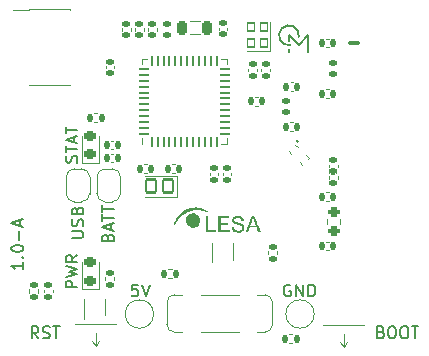
<source format=gbr>
%TF.GenerationSoftware,KiCad,Pcbnew,7.0.7*%
%TF.CreationDate,2023-11-09T15:37:00-05:00*%
%TF.ProjectId,Occupancy_Sensor-A,4f636375-7061-46e6-9379-5f53656e736f,rev?*%
%TF.SameCoordinates,Original*%
%TF.FileFunction,Legend,Top*%
%TF.FilePolarity,Positive*%
%FSLAX46Y46*%
G04 Gerber Fmt 4.6, Leading zero omitted, Abs format (unit mm)*
G04 Created by KiCad (PCBNEW 7.0.7) date 2023-11-09 15:37:00*
%MOMM*%
%LPD*%
G01*
G04 APERTURE LIST*
G04 Aperture macros list*
%AMRoundRect*
0 Rectangle with rounded corners*
0 $1 Rounding radius*
0 $2 $3 $4 $5 $6 $7 $8 $9 X,Y pos of 4 corners*
0 Add a 4 corners polygon primitive as box body*
4,1,4,$2,$3,$4,$5,$6,$7,$8,$9,$2,$3,0*
0 Add four circle primitives for the rounded corners*
1,1,$1+$1,$2,$3*
1,1,$1+$1,$4,$5*
1,1,$1+$1,$6,$7*
1,1,$1+$1,$8,$9*
0 Add four rect primitives between the rounded corners*
20,1,$1+$1,$2,$3,$4,$5,0*
20,1,$1+$1,$4,$5,$6,$7,0*
20,1,$1+$1,$6,$7,$8,$9,0*
20,1,$1+$1,$8,$9,$2,$3,0*%
%AMRotRect*
0 Rectangle, with rotation*
0 The origin of the aperture is its center*
0 $1 length*
0 $2 width*
0 $3 Rotation angle, in degrees counterclockwise*
0 Add horizontal line*
21,1,$1,$2,0,0,$3*%
%AMFreePoly0*
4,1,19,0.500000,-0.750000,0.000000,-0.750000,0.000000,-0.744911,-0.071157,-0.744911,-0.207708,-0.704816,-0.327430,-0.627875,-0.420627,-0.520320,-0.479746,-0.390866,-0.500000,-0.250000,-0.500000,0.250000,-0.479746,0.390866,-0.420627,0.520320,-0.327430,0.627875,-0.207708,0.704816,-0.071157,0.744911,0.000000,0.744911,0.000000,0.750000,0.500000,0.750000,0.500000,-0.750000,0.500000,-0.750000,
$1*%
%AMFreePoly1*
4,1,19,0.000000,0.744911,0.071157,0.744911,0.207708,0.704816,0.327430,0.627875,0.420627,0.520320,0.479746,0.390866,0.500000,0.250000,0.500000,-0.250000,0.479746,-0.390866,0.420627,-0.520320,0.327430,-0.627875,0.207708,-0.704816,0.071157,-0.744911,0.000000,-0.744911,0.000000,-0.750000,-0.500000,-0.750000,-0.500000,0.750000,0.000000,0.750000,0.000000,0.744911,0.000000,0.744911,
$1*%
G04 Aperture macros list end*
%ADD10C,0.200000*%
%ADD11C,0.150000*%
%ADD12C,0.120000*%
%ADD13RoundRect,0.147500X0.172500X-0.147500X0.172500X0.147500X-0.172500X0.147500X-0.172500X-0.147500X0*%
%ADD14RotRect,0.500000X0.300000X315.000000*%
%ADD15RotRect,0.800000X0.500000X315.000000*%
%ADD16C,2.000000*%
%ADD17R,0.400000X0.510000*%
%ADD18C,0.520000*%
%ADD19O,0.720000X0.520000*%
%ADD20R,0.300000X0.870000*%
%ADD21O,1.350000X1.100000*%
%ADD22R,1.050000X1.000000*%
%ADD23R,2.200000X1.050000*%
%ADD24R,1.400000X1.050000*%
%ADD25FreePoly0,270.000000*%
%ADD26FreePoly1,270.000000*%
%ADD27RoundRect,0.218750X0.256250X-0.218750X0.256250X0.218750X-0.256250X0.218750X-0.256250X-0.218750X0*%
%ADD28RoundRect,0.140000X-0.140000X-0.170000X0.140000X-0.170000X0.140000X0.170000X-0.140000X0.170000X0*%
%ADD29RoundRect,0.147500X-0.172500X0.147500X-0.172500X-0.147500X0.172500X-0.147500X0.172500X0.147500X0*%
%ADD30RoundRect,0.140000X-0.170000X0.140000X-0.170000X-0.140000X0.170000X-0.140000X0.170000X0.140000X0*%
%ADD31RoundRect,0.135000X0.185000X-0.135000X0.185000X0.135000X-0.185000X0.135000X-0.185000X-0.135000X0*%
%ADD32RoundRect,0.140000X0.140000X0.170000X-0.140000X0.170000X-0.140000X-0.170000X0.140000X-0.170000X0*%
%ADD33R,0.250000X0.600000*%
%ADD34RoundRect,0.075000X0.300000X-0.350000X0.300000X0.350000X-0.300000X0.350000X-0.300000X-0.350000X0*%
%ADD35RoundRect,0.140000X0.170000X-0.140000X0.170000X0.140000X-0.170000X0.140000X-0.170000X-0.140000X0*%
%ADD36RoundRect,0.135000X-0.135000X-0.185000X0.135000X-0.185000X0.135000X0.185000X-0.135000X0.185000X0*%
%ADD37R,2.400000X0.740000*%
%ADD38RoundRect,0.135000X-0.185000X0.135000X-0.185000X-0.135000X0.185000X-0.135000X0.185000X0.135000X0*%
%ADD39RoundRect,0.135000X0.135000X0.185000X-0.135000X0.185000X-0.135000X-0.185000X0.135000X-0.185000X0*%
%ADD40RoundRect,0.062500X0.062500X-0.375000X0.062500X0.375000X-0.062500X0.375000X-0.062500X-0.375000X0*%
%ADD41RoundRect,0.062500X0.375000X-0.062500X0.375000X0.062500X-0.375000X0.062500X-0.375000X-0.062500X0*%
%ADD42R,5.600000X5.600000*%
%ADD43RoundRect,0.100000X0.400000X0.550000X-0.400000X0.550000X-0.400000X-0.550000X0.400000X-0.550000X0*%
%ADD44RoundRect,0.218750X0.218750X0.381250X-0.218750X0.381250X-0.218750X-0.381250X0.218750X-0.381250X0*%
%ADD45RoundRect,0.100000X-0.400000X0.100000X-0.400000X-0.100000X0.400000X-0.100000X0.400000X0.100000X0*%
%ADD46RoundRect,0.200000X-0.275000X0.200000X-0.275000X-0.200000X0.275000X-0.200000X0.275000X0.200000X0*%
G04 APERTURE END LIST*
D10*
X153900000Y-103750000D02*
X153900000Y-104000000D01*
X153900000Y-102600000D02*
X153900000Y-103100000D01*
X154699999Y-102750000D02*
G75*
G03*
X154015315Y-103434684I-831258J146574D01*
G01*
X155500000Y-102600000D02*
X155500000Y-104000000D01*
X154700000Y-103400000D02*
X155500000Y-102600000D01*
X153900000Y-102600000D02*
X154700000Y-103400000D01*
X131367219Y-121806517D02*
X131367219Y-122377945D01*
X131367219Y-122092231D02*
X130367219Y-122092231D01*
X130367219Y-122092231D02*
X130510076Y-122187469D01*
X130510076Y-122187469D02*
X130605314Y-122282707D01*
X130605314Y-122282707D02*
X130652933Y-122377945D01*
X131271980Y-121377945D02*
X131319600Y-121330326D01*
X131319600Y-121330326D02*
X131367219Y-121377945D01*
X131367219Y-121377945D02*
X131319600Y-121425564D01*
X131319600Y-121425564D02*
X131271980Y-121377945D01*
X131271980Y-121377945D02*
X131367219Y-121377945D01*
X130367219Y-120711279D02*
X130367219Y-120616041D01*
X130367219Y-120616041D02*
X130414838Y-120520803D01*
X130414838Y-120520803D02*
X130462457Y-120473184D01*
X130462457Y-120473184D02*
X130557695Y-120425565D01*
X130557695Y-120425565D02*
X130748171Y-120377946D01*
X130748171Y-120377946D02*
X130986266Y-120377946D01*
X130986266Y-120377946D02*
X131176742Y-120425565D01*
X131176742Y-120425565D02*
X131271980Y-120473184D01*
X131271980Y-120473184D02*
X131319600Y-120520803D01*
X131319600Y-120520803D02*
X131367219Y-120616041D01*
X131367219Y-120616041D02*
X131367219Y-120711279D01*
X131367219Y-120711279D02*
X131319600Y-120806517D01*
X131319600Y-120806517D02*
X131271980Y-120854136D01*
X131271980Y-120854136D02*
X131176742Y-120901755D01*
X131176742Y-120901755D02*
X130986266Y-120949374D01*
X130986266Y-120949374D02*
X130748171Y-120949374D01*
X130748171Y-120949374D02*
X130557695Y-120901755D01*
X130557695Y-120901755D02*
X130462457Y-120854136D01*
X130462457Y-120854136D02*
X130414838Y-120806517D01*
X130414838Y-120806517D02*
X130367219Y-120711279D01*
X130986266Y-119949374D02*
X130986266Y-119187470D01*
X131081504Y-118758898D02*
X131081504Y-118282708D01*
X131367219Y-118854136D02*
X130367219Y-118520803D01*
X130367219Y-118520803D02*
X131367219Y-118187470D01*
D11*
X141059523Y-123704819D02*
X140583333Y-123704819D01*
X140583333Y-123704819D02*
X140535714Y-124181009D01*
X140535714Y-124181009D02*
X140583333Y-124133390D01*
X140583333Y-124133390D02*
X140678571Y-124085771D01*
X140678571Y-124085771D02*
X140916666Y-124085771D01*
X140916666Y-124085771D02*
X141011904Y-124133390D01*
X141011904Y-124133390D02*
X141059523Y-124181009D01*
X141059523Y-124181009D02*
X141107142Y-124276247D01*
X141107142Y-124276247D02*
X141107142Y-124514342D01*
X141107142Y-124514342D02*
X141059523Y-124609580D01*
X141059523Y-124609580D02*
X141011904Y-124657200D01*
X141011904Y-124657200D02*
X140916666Y-124704819D01*
X140916666Y-124704819D02*
X140678571Y-124704819D01*
X140678571Y-124704819D02*
X140583333Y-124657200D01*
X140583333Y-124657200D02*
X140535714Y-124609580D01*
X141392857Y-123704819D02*
X141726190Y-124704819D01*
X141726190Y-124704819D02*
X142059523Y-123704819D01*
X153988095Y-123752438D02*
X153892857Y-123704819D01*
X153892857Y-123704819D02*
X153750000Y-123704819D01*
X153750000Y-123704819D02*
X153607143Y-123752438D01*
X153607143Y-123752438D02*
X153511905Y-123847676D01*
X153511905Y-123847676D02*
X153464286Y-123942914D01*
X153464286Y-123942914D02*
X153416667Y-124133390D01*
X153416667Y-124133390D02*
X153416667Y-124276247D01*
X153416667Y-124276247D02*
X153464286Y-124466723D01*
X153464286Y-124466723D02*
X153511905Y-124561961D01*
X153511905Y-124561961D02*
X153607143Y-124657200D01*
X153607143Y-124657200D02*
X153750000Y-124704819D01*
X153750000Y-124704819D02*
X153845238Y-124704819D01*
X153845238Y-124704819D02*
X153988095Y-124657200D01*
X153988095Y-124657200D02*
X154035714Y-124609580D01*
X154035714Y-124609580D02*
X154035714Y-124276247D01*
X154035714Y-124276247D02*
X153845238Y-124276247D01*
X154464286Y-124704819D02*
X154464286Y-123704819D01*
X154464286Y-123704819D02*
X155035714Y-124704819D01*
X155035714Y-124704819D02*
X155035714Y-123704819D01*
X155511905Y-124704819D02*
X155511905Y-123704819D01*
X155511905Y-123704819D02*
X155750000Y-123704819D01*
X155750000Y-123704819D02*
X155892857Y-123752438D01*
X155892857Y-123752438D02*
X155988095Y-123847676D01*
X155988095Y-123847676D02*
X156035714Y-123942914D01*
X156035714Y-123942914D02*
X156083333Y-124133390D01*
X156083333Y-124133390D02*
X156083333Y-124276247D01*
X156083333Y-124276247D02*
X156035714Y-124466723D01*
X156035714Y-124466723D02*
X155988095Y-124561961D01*
X155988095Y-124561961D02*
X155892857Y-124657200D01*
X155892857Y-124657200D02*
X155750000Y-124704819D01*
X155750000Y-124704819D02*
X155511905Y-124704819D01*
X132652380Y-128254819D02*
X132319047Y-127778628D01*
X132080952Y-128254819D02*
X132080952Y-127254819D01*
X132080952Y-127254819D02*
X132461904Y-127254819D01*
X132461904Y-127254819D02*
X132557142Y-127302438D01*
X132557142Y-127302438D02*
X132604761Y-127350057D01*
X132604761Y-127350057D02*
X132652380Y-127445295D01*
X132652380Y-127445295D02*
X132652380Y-127588152D01*
X132652380Y-127588152D02*
X132604761Y-127683390D01*
X132604761Y-127683390D02*
X132557142Y-127731009D01*
X132557142Y-127731009D02*
X132461904Y-127778628D01*
X132461904Y-127778628D02*
X132080952Y-127778628D01*
X133033333Y-128207200D02*
X133176190Y-128254819D01*
X133176190Y-128254819D02*
X133414285Y-128254819D01*
X133414285Y-128254819D02*
X133509523Y-128207200D01*
X133509523Y-128207200D02*
X133557142Y-128159580D01*
X133557142Y-128159580D02*
X133604761Y-128064342D01*
X133604761Y-128064342D02*
X133604761Y-127969104D01*
X133604761Y-127969104D02*
X133557142Y-127873866D01*
X133557142Y-127873866D02*
X133509523Y-127826247D01*
X133509523Y-127826247D02*
X133414285Y-127778628D01*
X133414285Y-127778628D02*
X133223809Y-127731009D01*
X133223809Y-127731009D02*
X133128571Y-127683390D01*
X133128571Y-127683390D02*
X133080952Y-127635771D01*
X133080952Y-127635771D02*
X133033333Y-127540533D01*
X133033333Y-127540533D02*
X133033333Y-127445295D01*
X133033333Y-127445295D02*
X133080952Y-127350057D01*
X133080952Y-127350057D02*
X133128571Y-127302438D01*
X133128571Y-127302438D02*
X133223809Y-127254819D01*
X133223809Y-127254819D02*
X133461904Y-127254819D01*
X133461904Y-127254819D02*
X133604761Y-127302438D01*
X133890476Y-127254819D02*
X134461904Y-127254819D01*
X134176190Y-128254819D02*
X134176190Y-127254819D01*
X161642857Y-127731009D02*
X161785714Y-127778628D01*
X161785714Y-127778628D02*
X161833333Y-127826247D01*
X161833333Y-127826247D02*
X161880952Y-127921485D01*
X161880952Y-127921485D02*
X161880952Y-128064342D01*
X161880952Y-128064342D02*
X161833333Y-128159580D01*
X161833333Y-128159580D02*
X161785714Y-128207200D01*
X161785714Y-128207200D02*
X161690476Y-128254819D01*
X161690476Y-128254819D02*
X161309524Y-128254819D01*
X161309524Y-128254819D02*
X161309524Y-127254819D01*
X161309524Y-127254819D02*
X161642857Y-127254819D01*
X161642857Y-127254819D02*
X161738095Y-127302438D01*
X161738095Y-127302438D02*
X161785714Y-127350057D01*
X161785714Y-127350057D02*
X161833333Y-127445295D01*
X161833333Y-127445295D02*
X161833333Y-127540533D01*
X161833333Y-127540533D02*
X161785714Y-127635771D01*
X161785714Y-127635771D02*
X161738095Y-127683390D01*
X161738095Y-127683390D02*
X161642857Y-127731009D01*
X161642857Y-127731009D02*
X161309524Y-127731009D01*
X162500000Y-127254819D02*
X162690476Y-127254819D01*
X162690476Y-127254819D02*
X162785714Y-127302438D01*
X162785714Y-127302438D02*
X162880952Y-127397676D01*
X162880952Y-127397676D02*
X162928571Y-127588152D01*
X162928571Y-127588152D02*
X162928571Y-127921485D01*
X162928571Y-127921485D02*
X162880952Y-128111961D01*
X162880952Y-128111961D02*
X162785714Y-128207200D01*
X162785714Y-128207200D02*
X162690476Y-128254819D01*
X162690476Y-128254819D02*
X162500000Y-128254819D01*
X162500000Y-128254819D02*
X162404762Y-128207200D01*
X162404762Y-128207200D02*
X162309524Y-128111961D01*
X162309524Y-128111961D02*
X162261905Y-127921485D01*
X162261905Y-127921485D02*
X162261905Y-127588152D01*
X162261905Y-127588152D02*
X162309524Y-127397676D01*
X162309524Y-127397676D02*
X162404762Y-127302438D01*
X162404762Y-127302438D02*
X162500000Y-127254819D01*
X163547619Y-127254819D02*
X163738095Y-127254819D01*
X163738095Y-127254819D02*
X163833333Y-127302438D01*
X163833333Y-127302438D02*
X163928571Y-127397676D01*
X163928571Y-127397676D02*
X163976190Y-127588152D01*
X163976190Y-127588152D02*
X163976190Y-127921485D01*
X163976190Y-127921485D02*
X163928571Y-128111961D01*
X163928571Y-128111961D02*
X163833333Y-128207200D01*
X163833333Y-128207200D02*
X163738095Y-128254819D01*
X163738095Y-128254819D02*
X163547619Y-128254819D01*
X163547619Y-128254819D02*
X163452381Y-128207200D01*
X163452381Y-128207200D02*
X163357143Y-128111961D01*
X163357143Y-128111961D02*
X163309524Y-127921485D01*
X163309524Y-127921485D02*
X163309524Y-127588152D01*
X163309524Y-127588152D02*
X163357143Y-127397676D01*
X163357143Y-127397676D02*
X163452381Y-127302438D01*
X163452381Y-127302438D02*
X163547619Y-127254819D01*
X164261905Y-127254819D02*
X164833333Y-127254819D01*
X164547619Y-128254819D02*
X164547619Y-127254819D01*
X138531009Y-119719047D02*
X138578628Y-119576190D01*
X138578628Y-119576190D02*
X138626247Y-119528571D01*
X138626247Y-119528571D02*
X138721485Y-119480952D01*
X138721485Y-119480952D02*
X138864342Y-119480952D01*
X138864342Y-119480952D02*
X138959580Y-119528571D01*
X138959580Y-119528571D02*
X139007200Y-119576190D01*
X139007200Y-119576190D02*
X139054819Y-119671428D01*
X139054819Y-119671428D02*
X139054819Y-120052380D01*
X139054819Y-120052380D02*
X138054819Y-120052380D01*
X138054819Y-120052380D02*
X138054819Y-119719047D01*
X138054819Y-119719047D02*
X138102438Y-119623809D01*
X138102438Y-119623809D02*
X138150057Y-119576190D01*
X138150057Y-119576190D02*
X138245295Y-119528571D01*
X138245295Y-119528571D02*
X138340533Y-119528571D01*
X138340533Y-119528571D02*
X138435771Y-119576190D01*
X138435771Y-119576190D02*
X138483390Y-119623809D01*
X138483390Y-119623809D02*
X138531009Y-119719047D01*
X138531009Y-119719047D02*
X138531009Y-120052380D01*
X138769104Y-119099999D02*
X138769104Y-118623809D01*
X139054819Y-119195237D02*
X138054819Y-118861904D01*
X138054819Y-118861904D02*
X139054819Y-118528571D01*
X138054819Y-118338094D02*
X138054819Y-117766666D01*
X139054819Y-118052380D02*
X138054819Y-118052380D01*
X138054819Y-117576189D02*
X138054819Y-117004761D01*
X139054819Y-117290475D02*
X138054819Y-117290475D01*
X135907200Y-113376190D02*
X135954819Y-113233333D01*
X135954819Y-113233333D02*
X135954819Y-112995238D01*
X135954819Y-112995238D02*
X135907200Y-112900000D01*
X135907200Y-112900000D02*
X135859580Y-112852381D01*
X135859580Y-112852381D02*
X135764342Y-112804762D01*
X135764342Y-112804762D02*
X135669104Y-112804762D01*
X135669104Y-112804762D02*
X135573866Y-112852381D01*
X135573866Y-112852381D02*
X135526247Y-112900000D01*
X135526247Y-112900000D02*
X135478628Y-112995238D01*
X135478628Y-112995238D02*
X135431009Y-113185714D01*
X135431009Y-113185714D02*
X135383390Y-113280952D01*
X135383390Y-113280952D02*
X135335771Y-113328571D01*
X135335771Y-113328571D02*
X135240533Y-113376190D01*
X135240533Y-113376190D02*
X135145295Y-113376190D01*
X135145295Y-113376190D02*
X135050057Y-113328571D01*
X135050057Y-113328571D02*
X135002438Y-113280952D01*
X135002438Y-113280952D02*
X134954819Y-113185714D01*
X134954819Y-113185714D02*
X134954819Y-112947619D01*
X134954819Y-112947619D02*
X135002438Y-112804762D01*
X134954819Y-112519047D02*
X134954819Y-111947619D01*
X135954819Y-112233333D02*
X134954819Y-112233333D01*
X135669104Y-111661904D02*
X135669104Y-111185714D01*
X135954819Y-111757142D02*
X134954819Y-111423809D01*
X134954819Y-111423809D02*
X135954819Y-111090476D01*
X134954819Y-110899999D02*
X134954819Y-110328571D01*
X135954819Y-110614285D02*
X134954819Y-110614285D01*
X135454819Y-119761904D02*
X136264342Y-119761904D01*
X136264342Y-119761904D02*
X136359580Y-119714285D01*
X136359580Y-119714285D02*
X136407200Y-119666666D01*
X136407200Y-119666666D02*
X136454819Y-119571428D01*
X136454819Y-119571428D02*
X136454819Y-119380952D01*
X136454819Y-119380952D02*
X136407200Y-119285714D01*
X136407200Y-119285714D02*
X136359580Y-119238095D01*
X136359580Y-119238095D02*
X136264342Y-119190476D01*
X136264342Y-119190476D02*
X135454819Y-119190476D01*
X136407200Y-118761904D02*
X136454819Y-118619047D01*
X136454819Y-118619047D02*
X136454819Y-118380952D01*
X136454819Y-118380952D02*
X136407200Y-118285714D01*
X136407200Y-118285714D02*
X136359580Y-118238095D01*
X136359580Y-118238095D02*
X136264342Y-118190476D01*
X136264342Y-118190476D02*
X136169104Y-118190476D01*
X136169104Y-118190476D02*
X136073866Y-118238095D01*
X136073866Y-118238095D02*
X136026247Y-118285714D01*
X136026247Y-118285714D02*
X135978628Y-118380952D01*
X135978628Y-118380952D02*
X135931009Y-118571428D01*
X135931009Y-118571428D02*
X135883390Y-118666666D01*
X135883390Y-118666666D02*
X135835771Y-118714285D01*
X135835771Y-118714285D02*
X135740533Y-118761904D01*
X135740533Y-118761904D02*
X135645295Y-118761904D01*
X135645295Y-118761904D02*
X135550057Y-118714285D01*
X135550057Y-118714285D02*
X135502438Y-118666666D01*
X135502438Y-118666666D02*
X135454819Y-118571428D01*
X135454819Y-118571428D02*
X135454819Y-118333333D01*
X135454819Y-118333333D02*
X135502438Y-118190476D01*
X135931009Y-117428571D02*
X135978628Y-117285714D01*
X135978628Y-117285714D02*
X136026247Y-117238095D01*
X136026247Y-117238095D02*
X136121485Y-117190476D01*
X136121485Y-117190476D02*
X136264342Y-117190476D01*
X136264342Y-117190476D02*
X136359580Y-117238095D01*
X136359580Y-117238095D02*
X136407200Y-117285714D01*
X136407200Y-117285714D02*
X136454819Y-117380952D01*
X136454819Y-117380952D02*
X136454819Y-117761904D01*
X136454819Y-117761904D02*
X135454819Y-117761904D01*
X135454819Y-117761904D02*
X135454819Y-117428571D01*
X135454819Y-117428571D02*
X135502438Y-117333333D01*
X135502438Y-117333333D02*
X135550057Y-117285714D01*
X135550057Y-117285714D02*
X135645295Y-117238095D01*
X135645295Y-117238095D02*
X135740533Y-117238095D01*
X135740533Y-117238095D02*
X135835771Y-117285714D01*
X135835771Y-117285714D02*
X135883390Y-117333333D01*
X135883390Y-117333333D02*
X135931009Y-117428571D01*
X135931009Y-117428571D02*
X135931009Y-117761904D01*
X135954819Y-123933332D02*
X134954819Y-123933332D01*
X134954819Y-123933332D02*
X134954819Y-123552380D01*
X134954819Y-123552380D02*
X135002438Y-123457142D01*
X135002438Y-123457142D02*
X135050057Y-123409523D01*
X135050057Y-123409523D02*
X135145295Y-123361904D01*
X135145295Y-123361904D02*
X135288152Y-123361904D01*
X135288152Y-123361904D02*
X135383390Y-123409523D01*
X135383390Y-123409523D02*
X135431009Y-123457142D01*
X135431009Y-123457142D02*
X135478628Y-123552380D01*
X135478628Y-123552380D02*
X135478628Y-123933332D01*
X134954819Y-123028570D02*
X135954819Y-122790475D01*
X135954819Y-122790475D02*
X135240533Y-122599999D01*
X135240533Y-122599999D02*
X135954819Y-122409523D01*
X135954819Y-122409523D02*
X134954819Y-122171428D01*
X135954819Y-121219047D02*
X135478628Y-121552380D01*
X135954819Y-121790475D02*
X134954819Y-121790475D01*
X134954819Y-121790475D02*
X134954819Y-121409523D01*
X134954819Y-121409523D02*
X135002438Y-121314285D01*
X135002438Y-121314285D02*
X135050057Y-121266666D01*
X135050057Y-121266666D02*
X135145295Y-121219047D01*
X135145295Y-121219047D02*
X135288152Y-121219047D01*
X135288152Y-121219047D02*
X135383390Y-121266666D01*
X135383390Y-121266666D02*
X135431009Y-121314285D01*
X135431009Y-121314285D02*
X135478628Y-121409523D01*
X135478628Y-121409523D02*
X135478628Y-121790475D01*
D12*
%TO.C,U8*%
X154417157Y-111851472D02*
X154346447Y-111922183D01*
X154417157Y-111851472D02*
X154629289Y-112063604D01*
X153922183Y-112346447D02*
X153851472Y-112417157D01*
X153851472Y-112417157D02*
X154063604Y-112629289D01*
X155548528Y-112982843D02*
X155336396Y-112770711D01*
X155548528Y-112982843D02*
X155477817Y-113053553D01*
X155053553Y-113477817D02*
X154982843Y-113548528D01*
X154982843Y-113548528D02*
X154770711Y-113336396D01*
X154658579Y-111568629D02*
G75*
G03*
X154658579Y-111568629I-100000J0D01*
G01*
%TO.C,TP1*%
X142400000Y-126200000D02*
G75*
G03*
X142400000Y-126200000I-1200000J0D01*
G01*
%TO.C,TP2*%
X156000000Y-126200000D02*
G75*
G03*
X156000000Y-126200000I-1200000J0D01*
G01*
%TO.C,Q6*%
X138300000Y-124950000D02*
X138300000Y-126250000D01*
X136500000Y-126600000D02*
X136500000Y-124950000D01*
%TO.C,J4*%
X143530000Y-127090000D02*
X143530000Y-125205000D01*
X144800000Y-124570000D02*
X144165000Y-124570000D01*
X144800000Y-127730000D02*
X144165000Y-127725000D01*
X149600000Y-124570000D02*
X146400000Y-124570000D01*
X149600000Y-127730000D02*
X146400000Y-127730000D01*
X151200000Y-124570000D02*
X151835000Y-124565000D01*
X151200000Y-127730000D02*
X151835000Y-127730000D01*
X152470000Y-127095000D02*
X152470000Y-125200000D01*
X144165000Y-124570000D02*
G75*
G03*
X143530000Y-125205000I-1J-634999D01*
G01*
X143530000Y-127090000D02*
G75*
G03*
X144165000Y-127725000I634999J-1D01*
G01*
X152470000Y-125200000D02*
G75*
G03*
X151835000Y-124565000I-635000J0D01*
G01*
X151835000Y-127730000D02*
G75*
G03*
X152470000Y-127095000I0J635000D01*
G01*
%TO.C,SW2*%
X137500000Y-128900000D02*
X137800000Y-128500000D01*
X137500000Y-128900000D02*
X137200000Y-128500000D01*
X137500000Y-127800000D02*
X137500000Y-128900000D01*
X135750000Y-127050000D02*
X139250000Y-127050000D01*
%TO.C,SW1*%
X156750000Y-127125000D02*
X160250000Y-127125000D01*
X158500000Y-127875000D02*
X158500000Y-128975000D01*
X158500000Y-128975000D02*
X158200000Y-128575000D01*
X158500000Y-128975000D02*
X158800000Y-128575000D01*
%TO.C,JP1*%
X138300000Y-113900000D02*
X138900000Y-113900000D01*
X139600000Y-114600000D02*
X139600000Y-116000000D01*
X137600000Y-116000000D02*
X137600000Y-114600000D01*
X138900000Y-116700000D02*
X138300000Y-116700000D01*
X139600000Y-114600000D02*
G75*
G03*
X138900000Y-113900000I-699999J1D01*
G01*
X138300000Y-113900000D02*
G75*
G03*
X137600000Y-114600000I-1J-699999D01*
G01*
X138900000Y-116700000D02*
G75*
G03*
X139600000Y-116000000I0J700000D01*
G01*
X137600000Y-116000000D02*
G75*
G03*
X138300000Y-116700000I700000J0D01*
G01*
%TO.C,D2*%
X136315000Y-113385000D02*
X137785000Y-113385000D01*
X137785000Y-113385000D02*
X137785000Y-111100000D01*
X136315000Y-111100000D02*
X136315000Y-113385000D01*
%TO.C,C24*%
X153997164Y-106590000D02*
X154212836Y-106590000D01*
X153997164Y-107310000D02*
X154212836Y-107310000D01*
%TO.C,C10*%
X148960000Y-114242164D02*
X148960000Y-114457836D01*
X148240000Y-114242164D02*
X148240000Y-114457836D01*
%TO.C,R21*%
X131870000Y-124403641D02*
X131870000Y-124096359D01*
X132630000Y-124403641D02*
X132630000Y-124096359D01*
%TO.C,C14*%
X141807836Y-114260000D02*
X141592164Y-114260000D01*
X141807836Y-113540000D02*
X141592164Y-113540000D01*
%TO.C,C28*%
X157257836Y-115890000D02*
X157042164Y-115890000D01*
X157257836Y-116610000D02*
X157042164Y-116610000D01*
%TO.C,G\u002A\u002A\u002A*%
G36*
X147006438Y-118499625D02*
G01*
X147006438Y-119117515D01*
X147348653Y-119117515D01*
X147690869Y-119117515D01*
X147690869Y-119203068D01*
X147690869Y-119288622D01*
X147253593Y-119288622D01*
X146816318Y-119288622D01*
X146816318Y-118585179D01*
X146816318Y-117881736D01*
X146911378Y-117881736D01*
X147006438Y-117881736D01*
X147006438Y-118499625D01*
G37*
G36*
X148793563Y-117967290D02*
G01*
X148793563Y-118052844D01*
X148441842Y-118052844D01*
X148090120Y-118052844D01*
X148090120Y-118261976D01*
X148090120Y-118471107D01*
X148413324Y-118471107D01*
X148736527Y-118471107D01*
X148736527Y-118556202D01*
X148736527Y-118641296D01*
X148418077Y-118646508D01*
X148099626Y-118651721D01*
X148094288Y-118884618D01*
X148088950Y-119117515D01*
X148460269Y-119117515D01*
X148831587Y-119117515D01*
X148831587Y-119203068D01*
X148831587Y-119288622D01*
X148365794Y-119288622D01*
X147900000Y-119288622D01*
X147900000Y-118585179D01*
X147900000Y-117881736D01*
X148346782Y-117881736D01*
X148793563Y-117881736D01*
X148793563Y-117967290D01*
G37*
G36*
X145825857Y-117687427D02*
G01*
X145961367Y-117723859D01*
X146086018Y-117791507D01*
X146159771Y-117853852D01*
X146248200Y-117967659D01*
X146305414Y-118096665D01*
X146331413Y-118234353D01*
X146326196Y-118374209D01*
X146289764Y-118509720D01*
X146222116Y-118634370D01*
X146159771Y-118708123D01*
X146051444Y-118792083D01*
X145924905Y-118850116D01*
X145789230Y-118880040D01*
X145653495Y-118879674D01*
X145548216Y-118855134D01*
X145405902Y-118786652D01*
X145291955Y-118692876D01*
X145206015Y-118573432D01*
X145149711Y-118434882D01*
X145129542Y-118300420D01*
X145142641Y-118161629D01*
X145186626Y-118027399D01*
X145259113Y-117906620D01*
X145305499Y-117853852D01*
X145419307Y-117765422D01*
X145548312Y-117708208D01*
X145686000Y-117682210D01*
X145825857Y-117687427D01*
G37*
G36*
X146203887Y-117199465D02*
G01*
X146445880Y-117253163D01*
X146681760Y-117341694D01*
X146795474Y-117398860D01*
X146857991Y-117434782D01*
X146922544Y-117474539D01*
X146982108Y-117513412D01*
X147029658Y-117546678D01*
X147058170Y-117569617D01*
X147061352Y-117577545D01*
X147040295Y-117571453D01*
X146992453Y-117555207D01*
X146926700Y-117531855D01*
X146899600Y-117522020D01*
X146626773Y-117441733D01*
X146352660Y-117398111D01*
X146079998Y-117390007D01*
X145811525Y-117416277D01*
X145549980Y-117475775D01*
X145298101Y-117567354D01*
X145058625Y-117689870D01*
X144834291Y-117842177D01*
X144627837Y-118023129D01*
X144442002Y-118231580D01*
X144279523Y-118466385D01*
X144172768Y-118662945D01*
X144095302Y-118822829D01*
X144107026Y-118719915D01*
X144128315Y-118605444D01*
X144166235Y-118472176D01*
X144216313Y-118332942D01*
X144274075Y-118200576D01*
X144316394Y-118119386D01*
X144459172Y-117904397D01*
X144626683Y-117715278D01*
X144815500Y-117553024D01*
X145022194Y-117418633D01*
X145243339Y-117313099D01*
X145475509Y-117237420D01*
X145715275Y-117192590D01*
X145959210Y-117179607D01*
X146203887Y-117199465D01*
G37*
G36*
X151006425Y-118095621D02*
G01*
X151038172Y-118172939D01*
X151081135Y-118277926D01*
X151132226Y-118403016D01*
X151188358Y-118540648D01*
X151246444Y-118683258D01*
X151291621Y-118794311D01*
X151488720Y-119279116D01*
X151403101Y-119285007D01*
X151346420Y-119286865D01*
X151304843Y-119284590D01*
X151296054Y-119282596D01*
X151281169Y-119262410D01*
X151257048Y-119213932D01*
X151227178Y-119144704D01*
X151198802Y-119072327D01*
X151122979Y-118870359D01*
X150827014Y-118870359D01*
X150531050Y-118870359D01*
X150456251Y-119079491D01*
X150381452Y-119288622D01*
X150281722Y-119288622D01*
X150181992Y-119288622D01*
X150217283Y-119198315D01*
X150232424Y-119159173D01*
X150259253Y-119089387D01*
X150295901Y-118993840D01*
X150340497Y-118877412D01*
X150391172Y-118744984D01*
X150408184Y-118700489D01*
X150599701Y-118700489D01*
X150617583Y-118707566D01*
X150666732Y-118713238D01*
X150740398Y-118716978D01*
X150827845Y-118718263D01*
X150915921Y-118717682D01*
X150988200Y-118716099D01*
X151037334Y-118713755D01*
X151055977Y-118710888D01*
X151055988Y-118710812D01*
X151049626Y-118691313D01*
X151032155Y-118642881D01*
X151006001Y-118572116D01*
X150973589Y-118485621D01*
X150961551Y-118453740D01*
X150924998Y-118355488D01*
X150891671Y-118262921D01*
X150864843Y-118185336D01*
X150847787Y-118132033D01*
X150845812Y-118125011D01*
X150824510Y-118045902D01*
X150733378Y-118310788D01*
X150699269Y-118409373D01*
X150667869Y-118499115D01*
X150642032Y-118571927D01*
X150624611Y-118619727D01*
X150620974Y-118629194D01*
X150605699Y-118673060D01*
X150599701Y-118700489D01*
X150408184Y-118700489D01*
X150446055Y-118601439D01*
X150486772Y-118494872D01*
X150720970Y-117881736D01*
X150819649Y-117881736D01*
X150918328Y-117881736D01*
X151006425Y-118095621D01*
G37*
G36*
X149647376Y-117871620D02*
G01*
X149779423Y-117906497D01*
X149890629Y-117969845D01*
X149977948Y-118059782D01*
X150038332Y-118174423D01*
X150049325Y-118208326D01*
X150057504Y-118244320D01*
X150050820Y-118265291D01*
X150021813Y-118277984D01*
X149963020Y-118289144D01*
X149959210Y-118289775D01*
X149879572Y-118302949D01*
X149838104Y-118206556D01*
X149789042Y-118121095D01*
X149725161Y-118065644D01*
X149640101Y-118036332D01*
X149546391Y-118029079D01*
X149435059Y-118040590D01*
X149345463Y-118072994D01*
X149281201Y-118123095D01*
X149245869Y-118187699D01*
X149243064Y-118263608D01*
X149250369Y-118292063D01*
X149274518Y-118335937D01*
X149318608Y-118373913D01*
X149387239Y-118408355D01*
X149485013Y-118441627D01*
X149601572Y-118472487D01*
X149754791Y-118515027D01*
X149874152Y-118561122D01*
X149963815Y-118613560D01*
X150027939Y-118675130D01*
X150070684Y-118748620D01*
X150087426Y-118798203D01*
X150098910Y-118909395D01*
X150075825Y-119017246D01*
X150021566Y-119116299D01*
X149939528Y-119201098D01*
X149833107Y-119266186D01*
X149784102Y-119285607D01*
X149715214Y-119299513D01*
X149623769Y-119305395D01*
X149524337Y-119303441D01*
X149431487Y-119293839D01*
X149370086Y-119280267D01*
X149240281Y-119223557D01*
X149139396Y-119142801D01*
X149065453Y-119036114D01*
X149033348Y-118959316D01*
X149015745Y-118906018D01*
X149004660Y-118869662D01*
X149002695Y-118861082D01*
X149018902Y-118851722D01*
X149058100Y-118838246D01*
X149106158Y-118824763D01*
X149148944Y-118815382D01*
X149166579Y-118813429D01*
X149183655Y-118830008D01*
X149203182Y-118872303D01*
X149212541Y-118901428D01*
X149257313Y-118996916D01*
X149328047Y-119071562D01*
X149417862Y-119123677D01*
X149519874Y-119151576D01*
X149627201Y-119153571D01*
X149732960Y-119127976D01*
X149830267Y-119073104D01*
X149849248Y-119057472D01*
X149892113Y-119013685D01*
X149911209Y-118971342D01*
X149915270Y-118918483D01*
X149898918Y-118830032D01*
X149851867Y-118761461D01*
X149787583Y-118721304D01*
X149748229Y-118707971D01*
X149681831Y-118687906D01*
X149598141Y-118663977D01*
X149519132Y-118642323D01*
X149428315Y-118616839D01*
X149346407Y-118591858D01*
X149283162Y-118570476D01*
X149251034Y-118557273D01*
X149184666Y-118509206D01*
X149124522Y-118442138D01*
X149081349Y-118369534D01*
X149067833Y-118327720D01*
X149062763Y-118210032D01*
X149091705Y-118104627D01*
X149151774Y-118014598D01*
X149240087Y-117943037D01*
X149353758Y-117893035D01*
X149489903Y-117867685D01*
X149497534Y-117867099D01*
X149647376Y-117871620D01*
G37*
%TO.C,C31*%
X157270000Y-114542164D02*
X157270000Y-114757836D01*
X157990000Y-114542164D02*
X157990000Y-114757836D01*
%TO.C,U3*%
X147340000Y-120200000D02*
X147340000Y-121790000D01*
X149160000Y-120200000D02*
X149160000Y-121600000D01*
%TO.C,C22*%
X151160000Y-105442164D02*
X151160000Y-105657836D01*
X150440000Y-105442164D02*
X150440000Y-105657836D01*
%TO.C,C11*%
X147860000Y-114242164D02*
X147860000Y-114457836D01*
X147140000Y-114242164D02*
X147140000Y-114457836D01*
%TO.C,Y2*%
X150300000Y-103900000D02*
X152300000Y-103900000D01*
X152300000Y-103900000D02*
X152300000Y-101500000D01*
%TO.C,C17*%
X141940000Y-102207836D02*
X141940000Y-101992164D01*
X142660000Y-102207836D02*
X142660000Y-101992164D01*
%TO.C,C13*%
X150992164Y-107840000D02*
X151207836Y-107840000D01*
X150992164Y-108560000D02*
X151207836Y-108560000D01*
%TO.C,R2*%
X153846359Y-127920000D02*
X154153641Y-127920000D01*
X153846359Y-128680000D02*
X154153641Y-128680000D01*
%TO.C,C16*%
X139740000Y-102207836D02*
X139740000Y-101992164D01*
X140460000Y-102207836D02*
X140460000Y-101992164D01*
%TO.C,JP2*%
X135700000Y-113900000D02*
X136300000Y-113900000D01*
X137000000Y-114600000D02*
X137000000Y-116000000D01*
X135000000Y-116000000D02*
X135000000Y-114600000D01*
X136300000Y-116700000D02*
X135700000Y-116700000D01*
X137000000Y-114600000D02*
G75*
G03*
X136300000Y-113900000I-699999J1D01*
G01*
X135700000Y-113900000D02*
G75*
G03*
X135000000Y-114600000I-1J-699999D01*
G01*
X136300000Y-116700000D02*
G75*
G03*
X137000000Y-116000000I0J700000D01*
G01*
X135000000Y-116000000D02*
G75*
G03*
X135700000Y-116700000I700000J0D01*
G01*
%TO.C,C26*%
X157270000Y-113757836D02*
X157270000Y-113542164D01*
X157990000Y-113757836D02*
X157990000Y-113542164D01*
%TO.C,C30*%
X157237836Y-103610000D02*
X157022164Y-103610000D01*
X157237836Y-102890000D02*
X157022164Y-102890000D01*
%TO.C,D1*%
X136315000Y-124085000D02*
X137785000Y-124085000D01*
X137785000Y-124085000D02*
X137785000Y-121800000D01*
X136315000Y-121800000D02*
X136315000Y-124085000D01*
%TO.C,C15*%
X140840000Y-102207836D02*
X140840000Y-101992164D01*
X141560000Y-102207836D02*
X141560000Y-101992164D01*
%TO.C,R13*%
X137346359Y-109220000D02*
X137653641Y-109220000D01*
X137346359Y-109980000D02*
X137653641Y-109980000D01*
%TO.C,J2*%
X130510000Y-100430000D02*
X131835000Y-100430000D01*
X131835000Y-100365000D02*
X131835000Y-100430000D01*
X131835000Y-100365000D02*
X135365000Y-100365000D01*
X131835000Y-106770000D02*
X131835000Y-106835000D01*
X131835000Y-106835000D02*
X135365000Y-106835000D01*
X135365000Y-100365000D02*
X135365000Y-100430000D01*
X135365000Y-106770000D02*
X135365000Y-106835000D01*
%TO.C,C25*%
X153992164Y-109968200D02*
X154207836Y-109968200D01*
X153992164Y-110688200D02*
X154207836Y-110688200D01*
%TO.C,R15*%
X152880000Y-120846359D02*
X152880000Y-121153641D01*
X152120000Y-120846359D02*
X152120000Y-121153641D01*
%TO.C,R1*%
X143953641Y-123180000D02*
X143646359Y-123180000D01*
X143953641Y-122420000D02*
X143646359Y-122420000D01*
%TO.C,R8*%
X139080000Y-123046359D02*
X139080000Y-123353641D01*
X138320000Y-123046359D02*
X138320000Y-123353641D01*
%TO.C,C29*%
X157237836Y-107190000D02*
X157022164Y-107190000D01*
X157237836Y-107910000D02*
X157022164Y-107910000D01*
%TO.C,U6*%
X148610000Y-111810000D02*
X148135000Y-111810000D01*
X141390000Y-111335000D02*
X141390000Y-111810000D01*
X148610000Y-111335000D02*
X148610000Y-111810000D01*
X141390000Y-105065000D02*
X141390000Y-104590000D01*
X148610000Y-105065000D02*
X148610000Y-104590000D01*
X141390000Y-104590000D02*
X141865000Y-104590000D01*
X148610000Y-104590000D02*
X148135000Y-104590000D01*
%TO.C,C18*%
X139007836Y-112260000D02*
X138792164Y-112260000D01*
X139007836Y-111540000D02*
X138792164Y-111540000D01*
%TO.C,Y3*%
X144400000Y-116300000D02*
X144400000Y-114500000D01*
X144400000Y-114500000D02*
X141700000Y-114500000D01*
X141700000Y-116300000D02*
X144400000Y-116300000D01*
%TO.C,C23*%
X152260000Y-105442164D02*
X152260000Y-105657836D01*
X151540000Y-105442164D02*
X151540000Y-105657836D01*
%TO.C,C20*%
X139007836Y-113360000D02*
X138792164Y-113360000D01*
X139007836Y-112640000D02*
X138792164Y-112640000D01*
%TO.C,C12*%
X144207836Y-114260000D02*
X143992164Y-114260000D01*
X144207836Y-113540000D02*
X143992164Y-113540000D01*
%TO.C,C19*%
X147940000Y-102157836D02*
X147940000Y-101942164D01*
X148660000Y-102157836D02*
X148660000Y-101942164D01*
%TO.C,L1*%
X146299622Y-102510000D02*
X145500378Y-102510000D01*
X146299622Y-101390000D02*
X145500378Y-101390000D01*
%TO.C,L4*%
X158172500Y-118112742D02*
X158172500Y-118587258D01*
X157127500Y-118112742D02*
X157127500Y-118587258D01*
%TO.C,C9*%
X133860000Y-124142164D02*
X133860000Y-124357836D01*
X133140000Y-124142164D02*
X133140000Y-124357836D01*
%TO.C,C21*%
X138340000Y-105407836D02*
X138340000Y-105192164D01*
X139060000Y-105407836D02*
X139060000Y-105192164D01*
%TO.C,C27*%
X157257836Y-120090000D02*
X157042164Y-120090000D01*
X157257836Y-120810000D02*
X157042164Y-120810000D01*
%TD*%
%LPC*%
D13*
%TO.C,L5*%
X157630000Y-105885000D03*
X157630000Y-104915000D03*
%TD*%
D14*
%TO.C,U8*%
X154098959Y-112098959D03*
D15*
X154381802Y-113018198D03*
D14*
X155301041Y-113301041D03*
D15*
X155018198Y-112381802D03*
%TD*%
D16*
%TO.C,TP1*%
X141200000Y-126200000D03*
%TD*%
%TO.C,TP2*%
X154800000Y-126200000D03*
%TD*%
D17*
%TO.C,Q6*%
X137400000Y-124955000D03*
X137900000Y-126245000D03*
X136900000Y-126245000D03*
%TD*%
D18*
%TO.C,J4*%
X144250000Y-126150000D03*
D19*
X151750000Y-126150000D03*
D20*
X145250000Y-125285000D03*
X146750000Y-125285000D03*
X147250000Y-125285000D03*
X147750000Y-125285000D03*
X148250000Y-125285000D03*
X148750000Y-125285000D03*
X149250000Y-125285000D03*
X150750000Y-125285000D03*
X150750000Y-127015000D03*
X149250000Y-127015000D03*
X148750000Y-127015000D03*
X148250000Y-127015000D03*
X147750000Y-127015000D03*
X147250000Y-127015000D03*
X146750000Y-127015000D03*
X145250000Y-127015000D03*
D21*
X145600000Y-124000000D03*
X145600000Y-128300000D03*
X150400000Y-124000000D03*
X150400000Y-128300000D03*
%TD*%
D22*
%TO.C,J3*%
X160225000Y-122550000D03*
D23*
X161750000Y-121075000D03*
X161750000Y-124025000D03*
%TD*%
D24*
%TO.C,SW2*%
X139300000Y-129225000D03*
X135700000Y-129225000D03*
X139300000Y-127775000D03*
X135700000Y-127775000D03*
%TD*%
%TO.C,SW1*%
X156700000Y-127850000D03*
X160300000Y-127850000D03*
X156700000Y-129300000D03*
X160300000Y-129300000D03*
%TD*%
D25*
%TO.C,JP1*%
X138600000Y-114650000D03*
D26*
X138600000Y-115950000D03*
%TD*%
D27*
%TO.C,D2*%
X137050000Y-112687500D03*
X137050000Y-111112500D03*
%TD*%
D28*
%TO.C,C24*%
X153625000Y-106950000D03*
X154585000Y-106950000D03*
%TD*%
D29*
%TO.C,L2*%
X143500000Y-101615000D03*
X143500000Y-102585000D03*
%TD*%
D30*
%TO.C,C10*%
X148600000Y-113870000D03*
X148600000Y-114830000D03*
%TD*%
D31*
%TO.C,R21*%
X132250000Y-124760000D03*
X132250000Y-123740000D03*
%TD*%
D32*
%TO.C,C14*%
X142180000Y-113900000D03*
X141220000Y-113900000D03*
%TD*%
%TO.C,C28*%
X156670000Y-116250000D03*
X157630000Y-116250000D03*
%TD*%
D30*
%TO.C,C31*%
X157630000Y-115130000D03*
X157630000Y-114170000D03*
%TD*%
D33*
%TO.C,U3*%
X147750000Y-121550000D03*
X148250000Y-121550000D03*
X148750000Y-121550000D03*
X148750000Y-120250000D03*
X148250000Y-120250000D03*
X147750000Y-120250000D03*
%TD*%
D30*
%TO.C,C22*%
X150800000Y-105070000D03*
X150800000Y-106030000D03*
%TD*%
%TO.C,C11*%
X147500000Y-113870000D03*
X147500000Y-114830000D03*
%TD*%
D34*
%TO.C,Y2*%
X151725000Y-103275000D03*
X151725000Y-101925000D03*
X150675000Y-101925000D03*
X150675000Y-103275000D03*
%TD*%
D35*
%TO.C,C17*%
X142300000Y-102580000D03*
X142300000Y-101620000D03*
%TD*%
D28*
%TO.C,C13*%
X150620000Y-108200000D03*
X151580000Y-108200000D03*
%TD*%
D36*
%TO.C,R2*%
X153490000Y-128300000D03*
X154510000Y-128300000D03*
%TD*%
D35*
%TO.C,C16*%
X140100000Y-102580000D03*
X140100000Y-101620000D03*
%TD*%
D25*
%TO.C,JP2*%
X136000000Y-114650000D03*
D26*
X136000000Y-115950000D03*
%TD*%
D35*
%TO.C,C26*%
X157630000Y-114130000D03*
X157630000Y-113170000D03*
%TD*%
D32*
%TO.C,C30*%
X157610000Y-103250000D03*
X156650000Y-103250000D03*
%TD*%
D27*
%TO.C,D1*%
X137050000Y-123387500D03*
X137050000Y-121812500D03*
%TD*%
D35*
%TO.C,C15*%
X141200000Y-102580000D03*
X141200000Y-101620000D03*
%TD*%
D36*
%TO.C,R13*%
X136990000Y-109600000D03*
X138010000Y-109600000D03*
%TD*%
D37*
%TO.C,J2*%
X131650000Y-101060000D03*
X135550000Y-101060000D03*
X131650000Y-102330000D03*
X135550000Y-102330000D03*
X131650000Y-103600000D03*
X135550000Y-103600000D03*
X131650000Y-104870000D03*
X135550000Y-104870000D03*
X131650000Y-106140000D03*
X135550000Y-106140000D03*
%TD*%
D28*
%TO.C,C25*%
X153620000Y-110328200D03*
X154580000Y-110328200D03*
%TD*%
D38*
%TO.C,R15*%
X152500000Y-120490000D03*
X152500000Y-121510000D03*
%TD*%
D39*
%TO.C,R1*%
X144310000Y-122800000D03*
X143290000Y-122800000D03*
%TD*%
D38*
%TO.C,R8*%
X138700000Y-122690000D03*
X138700000Y-123710000D03*
%TD*%
D32*
%TO.C,C29*%
X156650000Y-107550000D03*
X157610000Y-107550000D03*
%TD*%
D40*
%TO.C,U6*%
X142250000Y-111637500D03*
X142750000Y-111637500D03*
X143250000Y-111637500D03*
X143750000Y-111637500D03*
X144250000Y-111637500D03*
X144750000Y-111637500D03*
X145250000Y-111637500D03*
X145750000Y-111637500D03*
X146250000Y-111637500D03*
X146750000Y-111637500D03*
X147250000Y-111637500D03*
X147750000Y-111637500D03*
D41*
X148437500Y-110950000D03*
X148437500Y-110450000D03*
X148437500Y-109950000D03*
X148437500Y-109450000D03*
X148437500Y-108950000D03*
X148437500Y-108450000D03*
X148437500Y-107950000D03*
X148437500Y-107450000D03*
X148437500Y-106950000D03*
X148437500Y-106450000D03*
X148437500Y-105950000D03*
X148437500Y-105450000D03*
D40*
X147750000Y-104762500D03*
X147250000Y-104762500D03*
X146750000Y-104762500D03*
X146250000Y-104762500D03*
X145750000Y-104762500D03*
X145250000Y-104762500D03*
X144750000Y-104762500D03*
X144250000Y-104762500D03*
X143750000Y-104762500D03*
X143250000Y-104762500D03*
X142750000Y-104762500D03*
X142250000Y-104762500D03*
D41*
X141562500Y-105450000D03*
X141562500Y-105950000D03*
X141562500Y-106450000D03*
X141562500Y-106950000D03*
X141562500Y-107450000D03*
X141562500Y-107950000D03*
X141562500Y-108450000D03*
X141562500Y-108950000D03*
X141562500Y-109450000D03*
X141562500Y-109950000D03*
X141562500Y-110450000D03*
X141562500Y-110950000D03*
D42*
X145000000Y-108200000D03*
%TD*%
D32*
%TO.C,C18*%
X139380000Y-111900000D03*
X138420000Y-111900000D03*
%TD*%
D43*
%TO.C,Y3*%
X143650000Y-115400000D03*
X142150000Y-115400000D03*
%TD*%
D30*
%TO.C,C23*%
X151900000Y-105070000D03*
X151900000Y-106030000D03*
%TD*%
D32*
%TO.C,C20*%
X139380000Y-113000000D03*
X138420000Y-113000000D03*
%TD*%
%TO.C,C12*%
X144580000Y-113900000D03*
X143620000Y-113900000D03*
%TD*%
D35*
%TO.C,C19*%
X148300000Y-102530000D03*
X148300000Y-101570000D03*
%TD*%
D44*
%TO.C,L1*%
X146962500Y-101950000D03*
X144837500Y-101950000D03*
%TD*%
D45*
%TO.C,AE1*%
X159350000Y-103250000D03*
%TD*%
D46*
%TO.C,L4*%
X157650000Y-117525000D03*
X157650000Y-119175000D03*
%TD*%
D29*
%TO.C,L3*%
X153625000Y-108166000D03*
X153625000Y-109136000D03*
%TD*%
D30*
%TO.C,C9*%
X133500000Y-123770000D03*
X133500000Y-124730000D03*
%TD*%
D35*
%TO.C,C21*%
X138700000Y-105780000D03*
X138700000Y-104820000D03*
%TD*%
D32*
%TO.C,C27*%
X156670000Y-120450000D03*
X157630000Y-120450000D03*
%TD*%
%LPD*%
M02*

</source>
